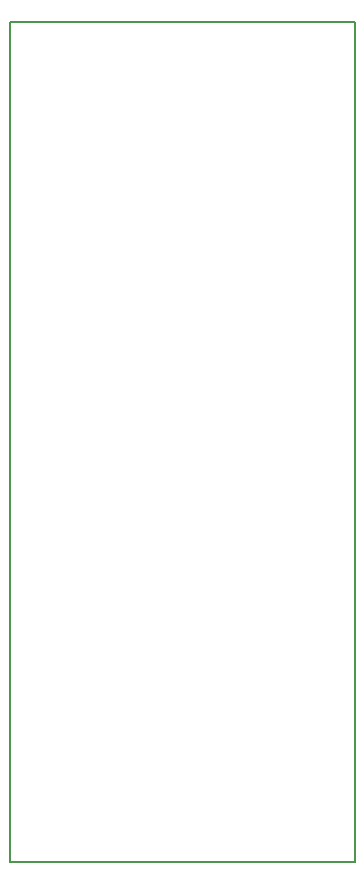
<source format=gbr>
G04 DipTrace 3.3.0.0*
G04 BoardOutline.gbr*
%MOIN*%
G04 #@! TF.FileFunction,Profile*
G04 #@! TF.Part,Single*
%ADD11C,0.005512*%
%FSLAX26Y26*%
G04*
G70*
G90*
G75*
G01*
G04 BoardOutline*
%LPD*%
X393701Y3193701D2*
D11*
X1543701D1*
Y393701D1*
X393701D1*
Y3193701D1*
M02*

</source>
